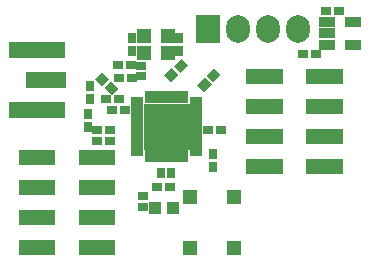
<source format=gts>
G04 #@! TF.FileFunction,Soldermask,Top*
%FSLAX46Y46*%
G04 Gerber Fmt 4.6, Leading zero omitted, Abs format (unit mm)*
G04 Created by KiCad (PCBNEW 4.0.5-e0-6337~49~ubuntu16.04.1) date Tue May  2 23:34:14 2017*
%MOMM*%
%LPD*%
G01*
G04 APERTURE LIST*
%ADD10C,0.100000*%
%ADD11R,0.900000X0.800000*%
%ADD12R,0.800000X0.900000*%
%ADD13R,1.100000X1.050000*%
%ADD14R,4.800000X1.400000*%
%ADD15R,3.500000X1.400000*%
%ADD16R,2.027200X2.332000*%
%ADD17O,2.027200X2.332000*%
%ADD18R,0.900000X0.700000*%
%ADD19R,0.700000X0.900000*%
%ADD20R,1.200000X1.300000*%
%ADD21R,1.300000X1.300000*%
%ADD22R,1.360000X0.950000*%
%ADD23R,0.475000X1.100000*%
%ADD24R,1.100000X0.475000*%
%ADD25R,4.000000X4.000000*%
G04 APERTURE END LIST*
D10*
D11*
X149540000Y-78820000D03*
X150640000Y-78820000D03*
X150630000Y-77660000D03*
X149530000Y-77660000D03*
X149600000Y-80600000D03*
X148500000Y-80600000D03*
D10*
G36*
X157634264Y-77960050D02*
X158199950Y-78525736D01*
X157563554Y-79162132D01*
X156997868Y-78596446D01*
X157634264Y-77960050D01*
X157634264Y-77960050D01*
G37*
G36*
X156856446Y-78737868D02*
X157422132Y-79303554D01*
X156785736Y-79939950D01*
X156220050Y-79374264D01*
X156856446Y-78737868D01*
X156856446Y-78737868D01*
G37*
D11*
X150090000Y-81490000D03*
X148990000Y-81490000D03*
X153890000Y-88000000D03*
X152790000Y-88000000D03*
D12*
X147130000Y-80610000D03*
X147130000Y-79510000D03*
X150720000Y-76520000D03*
X150720000Y-75420000D03*
X154690000Y-75430000D03*
X154690000Y-76530000D03*
X146960000Y-82980000D03*
X146960000Y-81880000D03*
D11*
X148800000Y-83220000D03*
X147700000Y-83220000D03*
D12*
X157510000Y-85200000D03*
X157510000Y-86300000D03*
D11*
X166270000Y-76790000D03*
X165170000Y-76790000D03*
X167140000Y-73110000D03*
X168240000Y-73110000D03*
X148800000Y-84100000D03*
X147700000Y-84100000D03*
D10*
G36*
X153995736Y-79139950D02*
X153430050Y-78574264D01*
X154066446Y-77937868D01*
X154632132Y-78503554D01*
X153995736Y-79139950D01*
X153995736Y-79139950D01*
G37*
G36*
X154773554Y-78362132D02*
X154207868Y-77796446D01*
X154844264Y-77160050D01*
X155409950Y-77725736D01*
X154773554Y-78362132D01*
X154773554Y-78362132D01*
G37*
D11*
X158210000Y-83200000D03*
X157110000Y-83200000D03*
D13*
X152660000Y-89770000D03*
X154160000Y-89770000D03*
D10*
G36*
X149519950Y-79704264D02*
X148954264Y-80269950D01*
X148317868Y-79633554D01*
X148883554Y-79067868D01*
X149519950Y-79704264D01*
X149519950Y-79704264D01*
G37*
G36*
X148742132Y-78926446D02*
X148176446Y-79492132D01*
X147540050Y-78855736D01*
X148105736Y-78290050D01*
X148742132Y-78926446D01*
X148742132Y-78926446D01*
G37*
D14*
X142650000Y-76460000D03*
D15*
X143400000Y-79000000D03*
D14*
X142650000Y-81540000D03*
X142650000Y-76460000D03*
X142650000Y-81540000D03*
D16*
X157150000Y-74650000D03*
D17*
X159690000Y-74650000D03*
X162230000Y-74650000D03*
X164770000Y-74650000D03*
D10*
G36*
X141070300Y-84907400D02*
X144189700Y-84907400D01*
X144189700Y-86172600D01*
X141070300Y-86172600D01*
X141070300Y-84907400D01*
X141070300Y-84907400D01*
G37*
G36*
X146150300Y-84907400D02*
X149269700Y-84907400D01*
X149269700Y-86172600D01*
X146150300Y-86172600D01*
X146150300Y-84907400D01*
X146150300Y-84907400D01*
G37*
G36*
X141070300Y-87447400D02*
X144189700Y-87447400D01*
X144189700Y-88712600D01*
X141070300Y-88712600D01*
X141070300Y-87447400D01*
X141070300Y-87447400D01*
G37*
G36*
X146150300Y-87447400D02*
X149269700Y-87447400D01*
X149269700Y-88712600D01*
X146150300Y-88712600D01*
X146150300Y-87447400D01*
X146150300Y-87447400D01*
G37*
G36*
X141070300Y-89987400D02*
X144189700Y-89987400D01*
X144189700Y-91252600D01*
X141070300Y-91252600D01*
X141070300Y-89987400D01*
X141070300Y-89987400D01*
G37*
G36*
X146150300Y-89987400D02*
X149269700Y-89987400D01*
X149269700Y-91252600D01*
X146150300Y-91252600D01*
X146150300Y-89987400D01*
X146150300Y-89987400D01*
G37*
G36*
X141070300Y-92527400D02*
X144189700Y-92527400D01*
X144189700Y-93792600D01*
X141070300Y-93792600D01*
X141070300Y-92527400D01*
X141070300Y-92527400D01*
G37*
G36*
X146150300Y-92527400D02*
X149269700Y-92527400D01*
X149269700Y-93792600D01*
X146150300Y-93792600D01*
X146150300Y-92527400D01*
X146150300Y-92527400D01*
G37*
G36*
X160330300Y-78037400D02*
X163449700Y-78037400D01*
X163449700Y-79302600D01*
X160330300Y-79302600D01*
X160330300Y-78037400D01*
X160330300Y-78037400D01*
G37*
G36*
X165410300Y-78037400D02*
X168529700Y-78037400D01*
X168529700Y-79302600D01*
X165410300Y-79302600D01*
X165410300Y-78037400D01*
X165410300Y-78037400D01*
G37*
G36*
X160330300Y-80577400D02*
X163449700Y-80577400D01*
X163449700Y-81842600D01*
X160330300Y-81842600D01*
X160330300Y-80577400D01*
X160330300Y-80577400D01*
G37*
G36*
X165410300Y-80577400D02*
X168529700Y-80577400D01*
X168529700Y-81842600D01*
X165410300Y-81842600D01*
X165410300Y-80577400D01*
X165410300Y-80577400D01*
G37*
G36*
X160330300Y-83117400D02*
X163449700Y-83117400D01*
X163449700Y-84382600D01*
X160330300Y-84382600D01*
X160330300Y-83117400D01*
X160330300Y-83117400D01*
G37*
G36*
X165410300Y-83117400D02*
X168529700Y-83117400D01*
X168529700Y-84382600D01*
X165410300Y-84382600D01*
X165410300Y-83117400D01*
X165410300Y-83117400D01*
G37*
G36*
X160330300Y-85657400D02*
X163449700Y-85657400D01*
X163449700Y-86922600D01*
X160330300Y-86922600D01*
X160330300Y-85657400D01*
X160330300Y-85657400D01*
G37*
G36*
X165410300Y-85657400D02*
X168529700Y-85657400D01*
X168529700Y-86922600D01*
X165410300Y-86922600D01*
X165410300Y-85657400D01*
X165410300Y-85657400D01*
G37*
D18*
X151460000Y-77760000D03*
X151460000Y-78660000D03*
D19*
X154000000Y-86830000D03*
X153100000Y-86830000D03*
D18*
X151600000Y-88780000D03*
X151600000Y-89680000D03*
D20*
X155600000Y-93160000D03*
X155600000Y-88860000D03*
X159300000Y-93160000D03*
X159300000Y-88860000D03*
D21*
X151710000Y-75210000D03*
X151710000Y-76710000D03*
X153710000Y-76710000D03*
X153710000Y-75210000D03*
D22*
X167230000Y-74070000D03*
X167230000Y-75020000D03*
X167230000Y-75970000D03*
X169430000Y-75970000D03*
X169430000Y-74070000D03*
D23*
X155185000Y-80400000D03*
X154835000Y-80400000D03*
X154485000Y-80400000D03*
X154135000Y-80400000D03*
X153785000Y-80400000D03*
X153435000Y-80400000D03*
X153085000Y-80400000D03*
X152735000Y-80400000D03*
X152385000Y-80400000D03*
X152035000Y-80400000D03*
D24*
X156110000Y-85175000D03*
X156110000Y-84825000D03*
X156110000Y-84475000D03*
X156110000Y-84125000D03*
X156110000Y-83775000D03*
X156110000Y-83425000D03*
X156110000Y-83075000D03*
X156110000Y-82725000D03*
X156110000Y-82375000D03*
X156110000Y-82025000D03*
X156110000Y-81675000D03*
X156110000Y-81325000D03*
X156110000Y-80975000D03*
X156110000Y-80625000D03*
X151110000Y-80625000D03*
X151110000Y-80975000D03*
X151110000Y-81325000D03*
X151110000Y-81675000D03*
X151110000Y-82025000D03*
X151110000Y-82375000D03*
X151110000Y-82725000D03*
X151110000Y-83075000D03*
X151110000Y-83425000D03*
X151110000Y-83775000D03*
X151110000Y-84125000D03*
X151110000Y-84475000D03*
X151110000Y-84825000D03*
X151110000Y-85175000D03*
D23*
X152035000Y-85400000D03*
X152385000Y-85400000D03*
X152735000Y-85400000D03*
X153085000Y-85400000D03*
X153435000Y-85400000D03*
X153785000Y-85400000D03*
X154135000Y-85400000D03*
X154485000Y-85400000D03*
X154835000Y-85400000D03*
X155185000Y-85400000D03*
D25*
X153610000Y-82900000D03*
M02*

</source>
